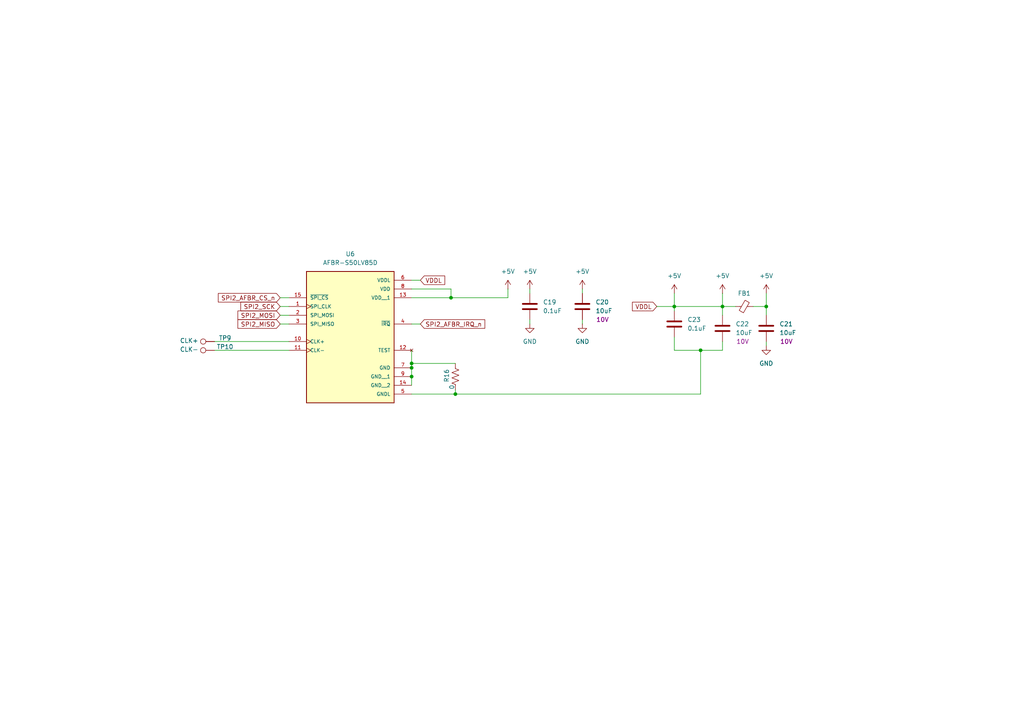
<source format=kicad_sch>
(kicad_sch (version 20250114) (generator "eeschema") (generator_version "9.0")
  (paper "A4")
  (lib_symbols
    (symbol "AFBR-S50LV85D:AFBR-S50LV85D" (pin_names (offset 1.016))
      (property "Reference" "U" (at -12.7 15.875 0))
      (property "Value" "AFBR-S50LV85D" (at -12.7 -25.4 0))
      (symbol "AFBR-S50LV85D_0_0"
        (rectangle (start -12.7 -22.86) (end 12.7 15.24) (stroke (width 0.254)) (fill (type background)))
        (pin input line (at -17.78 7.62 0) (length 5.08) (name "~{SPI_CS}") (number "15"))
        (pin input clock (at -17.78 5.08 0) (length 5.08) (name "SPI_CLK") (number "1"))
        (pin input line (at -17.78 2.54 0) (length 5.08) (name "SPI_MOSI") (number "2"))
        (pin output line (at -17.78 0 0) (length 5.08) (name "SPI_MISO") (number "3"))
        (pin bidirectional clock (at -17.78 -5.08 0) (length 5.08) (name "CLK+") (number "10"))
        (pin bidirectional clock (at -17.78 -7.62 0) (length 5.08) (name "CLK-") (number "11"))
        (pin power_in line (at 17.78 12.7 180) (length 5.08) (name "VDDL") (number "6"))
        (pin power_in line (at 17.78 10.16 180) (length 5.08) (name "VDD") (number "8"))
        (pin power_in line (at 17.78 7.62 180) (length 5.08) (name "VDD__1") (number "13"))
        (pin output line (at 17.78 0 180) (length 5.08) (name "~{IRQ}") (number "4"))
        (pin no_connect line (at 17.78 -7.62 180) (length 5.08) (name "TEST") (number "12"))
        (pin power_in line (at 17.78 -12.7 180) (length 5.08) (name "GND") (number "7"))
        (pin power_in line (at 17.78 -15.24 180) (length 5.08) (name "GND__1") (number "9"))
        (pin power_in line (at 17.78 -17.78 180) (length 5.08) (name "GND__2") (number "14"))
        (pin power_in line (at 17.78 -20.32 180) (length 5.08) (name "GNDL") (number "5"))
      )
    )
    (symbol "Connector:TestPoint" (pin_numbers (hide yes)) (pin_names (offset 0.762) (hide yes))
      (property "Reference" "TP" (at 0 6.858 0))
      (property "Value" "TestPoint" (at 0 5.08 0))
      (symbol "TestPoint_0_1"
        (circle (center 0 3.302) (radius 0.762))
      )
      (symbol "TestPoint_1_1"
        (pin passive line (at 0 0 90) (length 2.54) (name "1") (number "1"))
      )
    )
    (symbol "Device:C" (pin_numbers (hide yes)) (pin_names (offset 0.254))
      (property "Reference" "C" (at 0.635 2.54 0))
      (property "Value" "C" (at 0.635 -2.54 0))
      (symbol "C_0_1"
        (polyline (pts (xy -2.032 0.762) (xy 2.032 0.762)) (stroke (width 0.508)))
        (polyline (pts (xy -2.032 -0.762) (xy 2.032 -0.762)) (stroke (width 0.508)))
      )
      (symbol "C_1_1"
        (pin passive line (at 0 3.81 270) (length 2.794) (name "~") (number "1"))
        (pin passive line (at 0 -3.81 90) (length 2.794) (name "~") (number "2"))
      )
    )
    (symbol "Device:FerriteBead_Small" (pin_numbers (hide yes)) (pin_names (offset 0))
      (property "Reference" "FB" (at 1.905 1.27 0))
      (property "Value" "FerriteBead_Small" (at 1.905 -1.27 0))
      (symbol "FerriteBead_Small_0_1"
        (polyline (pts (xy -1.8288 0.2794) (xy -1.1176 1.4986) (xy 1.8288 -0.2032) (xy 1.1176 -1.4224) (xy -1.8288 0.2794)))
        (polyline (pts (xy 0 0.889) (xy 0 1.2954)))
        (polyline (pts (xy 0 -1.27) (xy 0 -0.7874)))
      )
      (symbol "FerriteBead_Small_1_1"
        (pin passive line (at 0 2.54 270) (length 1.27) (name "~") (number "1"))
        (pin passive line (at 0 -2.54 90) (length 1.27) (name "~") (number "2"))
      )
    )
    (symbol "Device:R_US" (pin_numbers (hide yes)) (pin_names (offset 0))
      (property "Reference" "R" (at 2.54 0 90))
      (property "Value" "R_US" (at -2.54 0 90))
      (symbol "R_US_0_1"
        (polyline (pts (xy 0 2.286) (xy 0 2.54)))
        (polyline (pts (xy 0 2.286) (xy 1.016 1.905) (xy 0 1.524) (xy -1.016 1.143) (xy 0 0.762)))
        (polyline (pts (xy 0 0.762) (xy 1.016 0.381) (xy 0 0) (xy -1.016 -0.381) (xy 0 -0.762)))
        (polyline (pts (xy 0 -0.762) (xy 1.016 -1.143) (xy 0 -1.524) (xy -1.016 -1.905) (xy 0 -2.286)))
        (polyline (pts (xy 0 -2.286) (xy 0 -2.54)))
      )
      (symbol "R_US_1_1"
        (pin passive line (at 0 3.81 270) (length 1.27) (name "~") (number "1"))
        (pin passive line (at 0 -3.81 90) (length 1.27) (name "~") (number "2"))
      )
    )
    (symbol "power:+5V" (power) (pin_numbers (hide yes)) (pin_names (offset 0) (hide yes))
      (property "Value" "+5V" (at 0 3.556 0))
      (symbol "+5V_0_1"
        (polyline (pts (xy -0.762 1.27) (xy 0 2.54)))
        (polyline (pts (xy 0 2.54) (xy 0.762 1.27)))
        (polyline (pts (xy 0 0) (xy 0 2.54)))
      )
      (symbol "+5V_1_1"
        (pin power_in line (at 0 0 90) (length 0) (name "~") (number "1"))
      )
    )
    (symbol "power:GND" (power) (pin_numbers (hide yes)) (pin_names (offset 0) (hide yes))
      (property "Value" "GND" (at 0 -3.81 0))
      (symbol "GND_0_1"
        (polyline (pts (xy 0 0) (xy 0 -1.27) (xy 1.27 -1.27) (xy 0 -2.54) (xy -1.27 -1.27) (xy 0 -1.27)))
      )
      (symbol "GND_1_1"
        (pin power_in line (at 0 0 270) (length 0) (name "~") (number "1"))
      )
    )
  )
  (junction (at 203.2 101.6))
  (junction (at 119.38 105.41))
  (junction (at 195.58 88.9))
  (junction (at 130.81 86.36))
  (junction (at 222.25 88.9))
  (junction (at 119.38 106.68))
  (junction (at 209.55 88.9))
  (junction (at 119.38 109.22))
  (junction (at 132.08 114.3))
  (wire (pts (xy 153.67 92.71) (xy 153.67 93.98)))
  (wire (pts (xy 119.38 101.6) (xy 119.38 105.41)))
  (wire (pts (xy 119.38 106.68) (xy 119.38 109.22)))
  (wire (pts (xy 147.32 86.36) (xy 130.81 86.36)))
  (wire (pts (xy 195.58 88.9) (xy 195.58 90.17)))
  (wire (pts (xy 195.58 88.9) (xy 209.55 88.9)))
  (wire (pts (xy 203.2 101.6) (xy 209.55 101.6)))
  (wire (pts (xy 130.81 86.36) (xy 130.81 83.82)))
  (wire (pts (xy 195.58 101.6) (xy 203.2 101.6)))
  (wire (pts (xy 168.91 83.82) (xy 168.91 85.09)))
  (wire (pts (xy 209.55 88.9) (xy 213.36 88.9)))
  (wire (pts (xy 119.38 105.41) (xy 132.08 105.41)))
  (wire (pts (xy 132.08 113.03) (xy 132.08 114.3)))
  (wire (pts (xy 218.44 88.9) (xy 222.25 88.9)))
  (wire (pts (xy 62.23 101.6) (xy 83.82 101.6)))
  (wire (pts (xy 81.28 88.9) (xy 83.82 88.9)))
  (wire (pts (xy 119.38 93.98) (xy 121.92 93.98)))
  (wire (pts (xy 168.91 92.71) (xy 168.91 93.98)))
  (wire (pts (xy 81.28 91.44) (xy 83.82 91.44)))
  (wire (pts (xy 190.5 88.9) (xy 195.58 88.9)))
  (wire (pts (xy 147.32 83.82) (xy 147.32 86.36)))
  (wire (pts (xy 222.25 99.06) (xy 222.25 100.33)))
  (wire (pts (xy 119.38 81.28) (xy 121.92 81.28)))
  (wire (pts (xy 203.2 114.3) (xy 203.2 101.6)))
  (wire (pts (xy 222.25 88.9) (xy 222.25 91.44)))
  (wire (pts (xy 222.25 85.09) (xy 222.25 88.9)))
  (wire (pts (xy 153.67 83.82) (xy 153.67 85.09)))
  (wire (pts (xy 119.38 86.36) (xy 130.81 86.36)))
  (wire (pts (xy 119.38 109.22) (xy 119.38 111.76)))
  (wire (pts (xy 119.38 83.82) (xy 130.81 83.82)))
  (wire (pts (xy 209.55 88.9) (xy 209.55 91.44)))
  (wire (pts (xy 209.55 85.09) (xy 209.55 88.9)))
  (wire (pts (xy 195.58 97.79) (xy 195.58 101.6)))
  (wire (pts (xy 62.23 99.06) (xy 83.82 99.06)))
  (wire (pts (xy 81.28 93.98) (xy 83.82 93.98)))
  (wire (pts (xy 119.38 114.3) (xy 132.08 114.3)))
  (wire (pts (xy 195.58 85.09) (xy 195.58 88.9)))
  (wire (pts (xy 119.38 105.41) (xy 119.38 106.68)))
  (wire (pts (xy 132.08 114.3) (xy 203.2 114.3)))
  (wire (pts (xy 81.28 86.36) (xy 83.82 86.36)))
  (wire (pts (xy 209.55 99.06) (xy 209.55 101.6)))
  (global_label "VDDL" (shape input) (at 121.92 81.28 0) (property "Intersheetrefs" "${INTERSHEET_REFS}" (effects (hide yes))))
  (global_label "SPI2_MISO" (shape input) (at 81.28 93.98 180) (property "Intersheetrefs" "${INTERSHEET_REFS}" (effects (hide yes))))
  (global_label "VDDL" (shape input) (at 190.5 88.9 180) (property "Intersheetrefs" "${INTERSHEET_REFS}" (effects (hide yes))))
  (global_label "SPI2_AFBR_IRQ_n" (shape input) (at 121.92 93.98 0) (property "Intersheetrefs" "${INTERSHEET_REFS}" (effects (hide yes))))
  (global_label "SPI2_AFBR_CS_n" (shape input) (at 81.28 86.36 180) (property "Intersheetrefs" "${INTERSHEET_REFS}" (effects (hide yes))))
  (global_label "SPI2_SCK" (shape input) (at 81.28 88.9 180) (property "Intersheetrefs" "${INTERSHEET_REFS}" (effects (hide yes))))
  (global_label "SPI2_MOSI" (shape input) (at 81.28 91.44 180) (property "Intersheetrefs" "${INTERSHEET_REFS}" (effects (hide yes))))
  (symbol (lib_id "Device:C") (at 195.58 93.98 0) (unit 1)
    (property "Reference" "C23" (at 199.39 92.7099 0) (effects (justify left)))
    (property "Value" "0.1uF" (at 199.39 95.2499 0) (effects (justify left)))
    (property "Footprint" "Capacitor_SMD:C_0402_1005Metric_Pad0.74x0.62mm_HandSolder" (effects (hide yes)))
    (property "Description" "Unpolarized capacitor" (effects (hide yes)))
  )
  (symbol (lib_id "power:+5V") (at 168.91 83.82 0) (unit 1)
    (property "Reference" "#PWR066" (effects (hide yes)))
    (property "Value" "+5V" (at 168.91 78.74 0))
    (property "Description" "Power symbol creates a global label with name \"+5V\"" (effects (hide yes)))
  )
  (symbol (lib_id "AFBR-S50LV85D:AFBR-S50LV85D") (at 101.6 93.98 0) (unit 1)
    (property "Reference" "U6" (at 101.6 73.66 0))
    (property "Value" "AFBR-S50LV85D" (at 101.6 76.2 0))
    (property "Footprint" "AFBR_S50LV85D:XCVR_AFBR-S50LV85D" (effects (hide yes)))
    (property "PARTREV" "September 17, 2020" (effects (hide yes)))
    (property "MANUFACTURER" "Broadcom" (effects (hide yes)))
    (property "MAXIMUM_PACKAGE_HEIGHT" "7.7mm" (effects (hide yes)))
    (property "STANDARD" "IPC 2221B" (effects (hide yes)))
  )
  (symbol (lib_id "Connector:TestPoint") (at 62.23 99.06 90) (unit 1)
    (property "Reference" "TP9" (at 65.278 98.044 90))
    (property "Value" "CLK+" (at 54.864 98.806 90))
    (property "Footprint" "TestPoint:TestPoint_Pad_D1.0mm" (effects (hide yes)))
    (property "Description" "test point" (effects (hide yes)))
  )
  (symbol (lib_id "Connector:TestPoint") (at 62.23 101.6 90) (unit 1)
    (property "Reference" "TP10" (at 65.278 100.584 90))
    (property "Value" "CLK-" (at 54.864 101.346 90))
    (property "Footprint" "TestPoint:TestPoint_Pad_D1.0mm" (effects (hide yes)))
    (property "Description" "test point" (effects (hide yes)))
  )
  (symbol (lib_id "Device:C") (at 168.91 88.9 0) (unit 1)
    (property "Reference" "C20" (at 172.72 87.6299 0) (effects (justify left)))
    (property "Value" "10uF" (at 172.72 90.1699 0) (effects (justify left)))
    (property "Footprint" "Capacitor_SMD:C_0402_1005Metric_Pad0.74x0.62mm_HandSolder" (effects (hide yes)))
    (property "Description" "Unpolarized capacitor" (effects (hide yes)))
    (property "VOLT" "10V" (at 174.752 92.71 0))
  )
  (symbol (lib_id "power:+5V") (at 209.55 85.09 0) (unit 1)
    (property "Reference" "#PWR071" (effects (hide yes)))
    (property "Value" "+5V" (at 209.55 80.01 0))
    (property "Description" "Power symbol creates a global label with name \"+5V\"" (effects (hide yes)))
  )
  (symbol (lib_id "Device:C") (at 153.67 88.9 0) (unit 1)
    (property "Reference" "C19" (at 157.48 87.6299 0) (effects (justify left)))
    (property "Value" "0.1uF" (at 157.48 90.1699 0) (effects (justify left)))
    (property "Footprint" "Capacitor_SMD:C_0402_1005Metric_Pad0.74x0.62mm_HandSolder" (effects (hide yes)))
    (property "Description" "Unpolarized capacitor" (effects (hide yes)))
  )
  (symbol (lib_id "power:+5V") (at 222.25 85.09 0) (unit 1)
    (property "Reference" "#PWR069" (effects (hide yes)))
    (property "Value" "+5V" (at 222.25 80.01 0))
    (property "Description" "Power symbol creates a global label with name \"+5V\"" (effects (hide yes)))
  )
  (symbol (lib_id "power:+5V") (at 153.67 83.82 0) (unit 1)
    (property "Reference" "#PWR065" (effects (hide yes)))
    (property "Value" "+5V" (at 153.67 78.74 0))
    (property "Description" "Power symbol creates a global label with name \"+5V\"" (effects (hide yes)))
  )
  (symbol (lib_id "power:+5V") (at 195.58 85.09 0) (unit 1)
    (property "Reference" "#PWR073" (effects (hide yes)))
    (property "Value" "+5V" (at 195.58 80.01 0))
    (property "Description" "Power symbol creates a global label with name \"+5V\"" (effects (hide yes)))
  )
  (symbol (lib_id "Device:FerriteBead_Small") (at 215.9 88.9 90) (unit 1)
    (property "Reference" "FB1" (at 215.8619 85.09 90))
    (property "Value" "FerriteBead_Small" (effects (hide yes)))
    (property "Footprint" "Inductor_SMD:L_0402_1005Metric_Pad0.77x0.64mm_HandSolder" (effects (hide yes)))
    (property "Description" "Ferrite bead, small symbol" (effects (hide yes)))
  )
  (symbol (lib_id "power:GND") (at 153.67 93.98 0) (unit 1)
    (property "Reference" "#PWR064" (effects (hide yes)))
    (property "Value" "GND" (at 153.67 99.06 0))
    (property "Description" "Power symbol creates a global label with name \"GND\" , ground" (effects (hide yes)))
  )
  (symbol (lib_id "Device:C") (at 222.25 95.25 0) (unit 1)
    (property "Reference" "C21" (at 226.06 93.9799 0) (effects (justify left)))
    (property "Value" "10uF" (at 226.06 96.5199 0) (effects (justify left)))
    (property "Footprint" "Capacitor_SMD:C_0402_1005Metric_Pad0.74x0.62mm_HandSolder" (effects (hide yes)))
    (property "Description" "Unpolarized capacitor" (effects (hide yes)))
    (property "VOLT" "10V" (at 228.092 99.06 0))
  )
  (symbol (lib_id "Device:C") (at 209.55 95.25 0) (unit 1)
    (property "Reference" "C22" (at 213.36 93.9799 0) (effects (justify left)))
    (property "Value" "10uF" (at 213.36 96.5199 0) (effects (justify left)))
    (property "Footprint" "Capacitor_SMD:C_0402_1005Metric_Pad0.74x0.62mm_HandSolder" (effects (hide yes)))
    (property "Description" "Unpolarized capacitor" (effects (hide yes)))
    (property "VOLT" "10V" (at 215.392 99.06 0))
  )
  (symbol (lib_id "Device:R_US") (at 132.08 109.22 180) (unit 1)
    (property "Reference" "R16" (at 129.54 108.966 90))
    (property "Value" "0" (at 131.064 112.268 90))
    (property "Footprint" "Resistor_SMD:R_0402_1005Metric_Pad0.72x0.64mm_HandSolder" (effects (hide yes)))
    (property "Description" "Resistor, US symbol" (effects (hide yes)))
  )
  (symbol (lib_id "power:GND") (at 222.25 100.33 0) (unit 1)
    (property "Reference" "#PWR070" (effects (hide yes)))
    (property "Value" "GND" (at 222.25 105.41 0))
    (property "Description" "Power symbol creates a global label with name \"GND\" , ground" (effects (hide yes)))
  )
  (symbol (lib_id "power:+5V") (at 147.32 83.82 0) (unit 1)
    (property "Reference" "#PWR068" (effects (hide yes)))
    (property "Value" "+5V" (at 147.32 78.74 0))
    (property "Description" "Power symbol creates a global label with name \"+5V\"" (effects (hide yes)))
  )
  (symbol (lib_id "power:GND") (at 168.91 93.98 0) (unit 1)
    (property "Reference" "#PWR067" (effects (hide yes)))
    (property "Value" "GND" (at 168.91 99.06 0))
    (property "Description" "Power symbol creates a global label with name \"GND\" , ground" (effects (hide yes)))
  )
)
</source>
